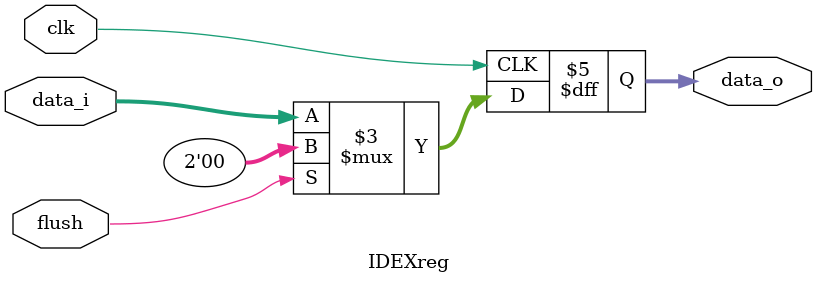
<source format=v>
module IDEXreg(
    input clk,
    input flush,
    input [size-1:0] data_i,
    output reg [size-1:0] data_o
);

parameter size = 0;
always @(posedge clk) begin
	if(flush) begin
	    data_o <= 0;
    end
	else begin
	    data_o <= data_i;
	end
end
endmodule

</source>
